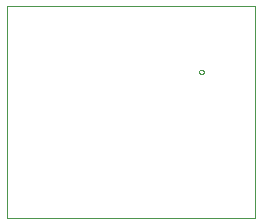
<source format=gbr>
%TF.GenerationSoftware,KiCad,Pcbnew,7.0.10*%
%TF.CreationDate,2025-02-12T15:19:07-05:00*%
%TF.ProjectId,comparison,636f6d70-6172-4697-936f-6e2e6b696361,rev?*%
%TF.SameCoordinates,Original*%
%TF.FileFunction,Profile,NP*%
%FSLAX46Y46*%
G04 Gerber Fmt 4.6, Leading zero omitted, Abs format (unit mm)*
G04 Created by KiCad (PCBNEW 7.0.10) date 2025-02-12 15:19:07*
%MOMM*%
%LPD*%
G01*
G04 APERTURE LIST*
%TA.AperFunction,Profile*%
%ADD10C,0.100000*%
%TD*%
%TA.AperFunction,Profile*%
%ADD11C,0.050000*%
%TD*%
G04 APERTURE END LIST*
D10*
X122619031Y-62262962D02*
X122636329Y-62265239D01*
X122653363Y-62269015D01*
X122670004Y-62274262D01*
X122686123Y-62280939D01*
X122701600Y-62288995D01*
X122716315Y-62298370D01*
X122730157Y-62308992D01*
X122743021Y-62320779D01*
X122754808Y-62333643D01*
X122765430Y-62347485D01*
X122774805Y-62362200D01*
X122782861Y-62377677D01*
X122789538Y-62393796D01*
X122794785Y-62410437D01*
X122798561Y-62427471D01*
X122800838Y-62444769D01*
X122801600Y-62462200D01*
X122800838Y-62479631D01*
X122798561Y-62496929D01*
X122794785Y-62513963D01*
X122789538Y-62530604D01*
X122782861Y-62546723D01*
X122774805Y-62562199D01*
X122765430Y-62576915D01*
X122754808Y-62590757D01*
X122743021Y-62603621D01*
X122730157Y-62615408D01*
X122716315Y-62626030D01*
X122701600Y-62635405D01*
X122686123Y-62643461D01*
X122670004Y-62650138D01*
X122653363Y-62655385D01*
X122636329Y-62659161D01*
X122619031Y-62661438D01*
X122601600Y-62662200D01*
X122584169Y-62661438D01*
X122566871Y-62659161D01*
X122549837Y-62655385D01*
X122533196Y-62650138D01*
X122517077Y-62643461D01*
X122501601Y-62635405D01*
X122486885Y-62626030D01*
X122473043Y-62615408D01*
X122460179Y-62603621D01*
X122448392Y-62590757D01*
X122437770Y-62576915D01*
X122428395Y-62562199D01*
X122420339Y-62546723D01*
X122413662Y-62530604D01*
X122408415Y-62513963D01*
X122404639Y-62496929D01*
X122402362Y-62479631D01*
X122401600Y-62462200D01*
X122402362Y-62444769D01*
X122404639Y-62427471D01*
X122408415Y-62410437D01*
X122413662Y-62393796D01*
X122420339Y-62377677D01*
X122428395Y-62362200D01*
X122437770Y-62347485D01*
X122448392Y-62333643D01*
X122460179Y-62320779D01*
X122473043Y-62308992D01*
X122486885Y-62298370D01*
X122501600Y-62288995D01*
X122517077Y-62280939D01*
X122533196Y-62274262D01*
X122549837Y-62269015D01*
X122566871Y-62265239D01*
X122584169Y-62262962D01*
X122601600Y-62262200D01*
X122619031Y-62262962D01*
D11*
X106101600Y-56862200D02*
X127101600Y-56862200D01*
X127101600Y-74862200D01*
X106101600Y-74862200D01*
X106101600Y-56862200D01*
M02*

</source>
